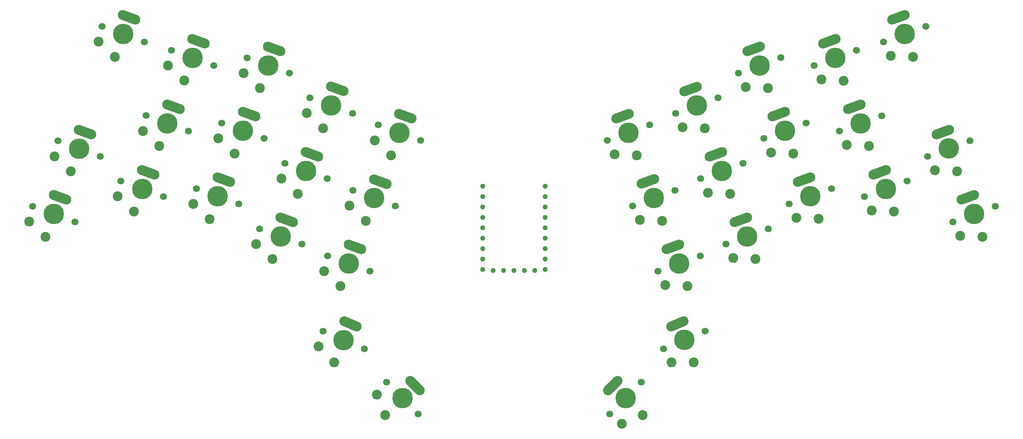
<source format=gts>
%TF.GenerationSoftware,KiCad,Pcbnew,(6.0.11)*%
%TF.CreationDate,2024-03-25T22:13:47+09:00*%
%TF.ProjectId,gku34-bottom-plate,676b7533-342d-4626-9f74-746f6d2d706c,rev?*%
%TF.SameCoordinates,Original*%
%TF.FileFunction,Soldermask,Top*%
%TF.FilePolarity,Negative*%
%FSLAX46Y46*%
G04 Gerber Fmt 4.6, Leading zero omitted, Abs format (unit mm)*
G04 Created by KiCad (PCBNEW (6.0.11)) date 2024-03-25 22:13:47*
%MOMM*%
%LPD*%
G01*
G04 APERTURE LIST*
G04 Aperture macros list*
%AMHorizOval*
0 Thick line with rounded ends*
0 $1 width*
0 $2 $3 position (X,Y) of the first rounded end (center of the circle)*
0 $4 $5 position (X,Y) of the second rounded end (center of the circle)*
0 Add line between two ends*
20,1,$1,$2,$3,$4,$5,0*
0 Add two circle primitives to create the rounded ends*
1,1,$1,$2,$3*
1,1,$1,$4,$5*%
G04 Aperture macros list end*
%ADD10HorizOval,2.400000X-1.550493X-0.564333X1.550493X0.564333X0*%
%ADD11C,2.400000*%
%ADD12C,1.700000*%
%ADD13C,5.000000*%
%ADD14HorizOval,2.400000X-1.550493X0.564333X1.550493X-0.564333X0*%
%ADD15C,1.219200*%
%ADD16C,1.223426*%
%ADD17HorizOval,2.400000X-1.166726X-1.166726X1.166726X1.166726X0*%
%ADD18HorizOval,2.400000X-1.166726X1.166726X1.166726X-1.166726X0*%
%ADD19HorizOval,2.400000X-1.518833X0.644706X1.518833X-0.644706X0*%
%ADD20HorizOval,2.400000X-1.518833X-0.644706X1.518833X0.644706X0*%
G04 APERTURE END LIST*
D10*
%TO.C,SW8*%
X198000000Y-32670000D03*
D11*
X201494762Y-42271779D03*
D12*
X204645152Y-34846482D03*
D11*
X196078056Y-42008526D03*
D12*
X194308534Y-38608704D03*
D13*
X199476843Y-36727593D03*
%TD*%
D11*
%TO.C,SW23*%
X65242081Y-74234186D03*
D12*
X62091691Y-66808889D03*
D13*
X67260000Y-68690000D03*
D11*
X61261860Y-70550731D03*
D12*
X72428309Y-70571111D03*
D14*
X68736843Y-64632407D03*
%TD*%
D15*
%TO.C,RZ1*%
X147125000Y-84025000D03*
X147125000Y-81485000D03*
X131885000Y-66245000D03*
X144585000Y-86768200D03*
X134425000Y-86768200D03*
X147125000Y-76405000D03*
X147125000Y-86565000D03*
X131885000Y-68785000D03*
X139505000Y-86768200D03*
X147125000Y-68785000D03*
X131885000Y-84025000D03*
X131885000Y-71325000D03*
X131885000Y-76405000D03*
X147125000Y-73865000D03*
D16*
X131885000Y-86565000D03*
D15*
X147125000Y-78945000D03*
X136965000Y-86768200D03*
X131885000Y-73865000D03*
X131885000Y-78945000D03*
X147125000Y-71325000D03*
D16*
X131885000Y-81485000D03*
D15*
X142045000Y-86768200D03*
X147125000Y-66245000D03*
%TD*%
D11*
%TO.C,SW13*%
X67421860Y-54550731D03*
D14*
X74896843Y-48632407D03*
D13*
X73420000Y-52690000D03*
D12*
X68251691Y-50808889D03*
X78588309Y-54571111D03*
D11*
X71402081Y-58234186D03*
%TD*%
D14*
%TO.C,SW5*%
X113036843Y-49092407D03*
D11*
X109542081Y-58694186D03*
X105561860Y-55010731D03*
D12*
X116728309Y-55031111D03*
X106391691Y-51268889D03*
D13*
X111560000Y-53150000D03*
%TD*%
D11*
%TO.C,SW9*%
X214541213Y-40180933D03*
X219957919Y-40444186D03*
D10*
X216463157Y-30842407D03*
D13*
X217940000Y-34900000D03*
D12*
X223108309Y-33018889D03*
X212771691Y-36781111D03*
%TD*%
D11*
%TO.C,SW22*%
X42811860Y-68720731D03*
D14*
X50286843Y-62802407D03*
D11*
X46792081Y-72404186D03*
D13*
X48810000Y-66860000D03*
D12*
X53978309Y-68741111D03*
X43641691Y-64978889D03*
%TD*%
%TO.C,SW15*%
X100251691Y-67258889D03*
D14*
X106896843Y-65082407D03*
D12*
X110588309Y-71021111D03*
D11*
X99421860Y-71000731D03*
X103402081Y-74684186D03*
D13*
X105420000Y-69140000D03*
%TD*%
D12*
%TO.C,SWe*%
X240018309Y-27198889D03*
D13*
X234850000Y-29080000D03*
D12*
X229681691Y-30961111D03*
D10*
X233373157Y-25022407D03*
D11*
X236867919Y-34624186D03*
X231451213Y-34360933D03*
%TD*%
D12*
%TO.C,SW2*%
X66281466Y-36778704D03*
D11*
X55115017Y-36758324D03*
D13*
X61113157Y-34897593D03*
D14*
X62590000Y-30840000D03*
D12*
X55944848Y-33016482D03*
D11*
X59095238Y-40441779D03*
%TD*%
D13*
%TO.C,SW33*%
X166750000Y-117970000D03*
D11*
X170921930Y-122141930D03*
D12*
X162860913Y-121859087D03*
D17*
X163696713Y-114916713D03*
D12*
X170639087Y-114080913D03*
D11*
X165901472Y-124192540D03*
%TD*%
D13*
%TO.C,SW27*%
X196410000Y-78480000D03*
D10*
X194933157Y-74422407D03*
D12*
X201578309Y-76598889D03*
X191241691Y-80361111D03*
D11*
X193011213Y-83760933D03*
X198427919Y-84024186D03*
%TD*%
%TO.C,SW30*%
X248388056Y-78308526D03*
D10*
X250310000Y-68970000D03*
D12*
X246618534Y-74908704D03*
D13*
X251786843Y-73027593D03*
D12*
X256955152Y-71146482D03*
D11*
X253804762Y-78571779D03*
%TD*%
D12*
%TO.C,SW29*%
X235418309Y-64978889D03*
D10*
X228773157Y-62802407D03*
D13*
X230250000Y-66860000D03*
D11*
X232267919Y-72404186D03*
D12*
X225081691Y-68741111D03*
D11*
X226851213Y-72140933D03*
%TD*%
D14*
%TO.C,SW24*%
X84106843Y-74442407D03*
D11*
X76631860Y-80360731D03*
D12*
X87798309Y-80381111D03*
X77461691Y-76618889D03*
D11*
X80612081Y-84044186D03*
D13*
X82630000Y-78500000D03*
%TD*%
%TO.C,SW18*%
X205641691Y-52701111D03*
D10*
X204164848Y-48643518D03*
D12*
X200473382Y-54582222D03*
D11*
X202242904Y-57982044D03*
D12*
X210810000Y-50820000D03*
D11*
X207659610Y-58245297D03*
%TD*%
D12*
%TO.C,SW12*%
X60148309Y-52751111D03*
D13*
X54980000Y-50870000D03*
D14*
X56456843Y-46812407D03*
D11*
X52962081Y-56414186D03*
D12*
X49811691Y-48988889D03*
D11*
X48981860Y-52730731D03*
%TD*%
D13*
%TO.C,SW7*%
X184116843Y-46537593D03*
D12*
X189285152Y-44656482D03*
D10*
X182640000Y-42480000D03*
D11*
X180718056Y-51818526D03*
D12*
X178948534Y-48418704D03*
D11*
X186134762Y-52081779D03*
%TD*%
D14*
%TO.C,SW21*%
X28756843Y-68972407D03*
D11*
X25262081Y-78574186D03*
X21281860Y-74890731D03*
D12*
X32448309Y-74911111D03*
X22111691Y-71148889D03*
D13*
X27280000Y-73030000D03*
%TD*%
D12*
%TO.C,SW28*%
X216978309Y-66788889D03*
X206641691Y-70551111D03*
D11*
X213827919Y-74214186D03*
D10*
X210333157Y-64612407D03*
D13*
X211810000Y-68670000D03*
D11*
X208411213Y-73950933D03*
%TD*%
%TO.C,SW25*%
X97225238Y-90641779D03*
X93245017Y-86958324D03*
D13*
X99243157Y-85097593D03*
D12*
X104411466Y-86978704D03*
D14*
X100720000Y-81040000D03*
D12*
X94074848Y-83216482D03*
%TD*%
D13*
%TO.C,SW16*%
X173656843Y-69127593D03*
D11*
X175674762Y-74671779D03*
D10*
X172180000Y-65070000D03*
D12*
X178825152Y-67246482D03*
X168488534Y-71008704D03*
D11*
X170258056Y-74408526D03*
%TD*%
%TO.C,SW32*%
X106087460Y-117121472D03*
D12*
X116199087Y-121859087D03*
D13*
X112310000Y-117970000D03*
D18*
X115363287Y-114916713D03*
D12*
X108420913Y-114080913D03*
D11*
X108138070Y-122141930D03*
%TD*%
D12*
%TO.C,SW31*%
X92921963Y-101628156D03*
D13*
X97984740Y-103777177D03*
D19*
X99671917Y-99802437D03*
D11*
X91897437Y-105321440D03*
X95679426Y-109208156D03*
D12*
X103047517Y-105926198D03*
%TD*%
D11*
%TO.C,SW6*%
X169514762Y-58701779D03*
D13*
X167496843Y-53157593D03*
D11*
X164098056Y-58438526D03*
D10*
X166020000Y-49100000D03*
D12*
X172665152Y-51276482D03*
X162328534Y-55038704D03*
%TD*%
D14*
%TO.C,SW14*%
X90266843Y-58462407D03*
D11*
X82791860Y-64380731D03*
D13*
X88790000Y-62520000D03*
D11*
X86772081Y-68064186D03*
D12*
X93958309Y-64401111D03*
X83621691Y-60638889D03*
%TD*%
D11*
%TO.C,SW19*%
X220698056Y-56168526D03*
D12*
X218928534Y-52768704D03*
D11*
X226114762Y-56431779D03*
D10*
X222620000Y-46830000D03*
D13*
X224096843Y-50887593D03*
D12*
X229265152Y-49006482D03*
%TD*%
D11*
%TO.C,SW34*%
X177962254Y-109221574D03*
D20*
X179392823Y-99795260D03*
D12*
X186142777Y-101620979D03*
D11*
X183385314Y-109200979D03*
D13*
X181080000Y-103770000D03*
D12*
X176017223Y-105919021D03*
%TD*%
%TO.C,SW1*%
X39021691Y-27198889D03*
D14*
X45666843Y-25022407D03*
D11*
X38191860Y-30940731D03*
D12*
X49358309Y-30961111D03*
D11*
X42172081Y-34624186D03*
D13*
X44190000Y-29080000D03*
%TD*%
D12*
%TO.C,SW17*%
X195438309Y-60628889D03*
D13*
X190270000Y-62510000D03*
D12*
X185101691Y-64391111D03*
D11*
X186871213Y-67790933D03*
D10*
X188793157Y-58452407D03*
D11*
X192287919Y-68054186D03*
%TD*%
D12*
%TO.C,SW3*%
X74421691Y-34858889D03*
D14*
X81066843Y-32682407D03*
D11*
X77572081Y-42284186D03*
X73591860Y-38600731D03*
D12*
X84758309Y-38621111D03*
D13*
X79590000Y-36740000D03*
%TD*%
D12*
%TO.C,SW26*%
X184985152Y-83216482D03*
X174648534Y-86978704D03*
D10*
X178340000Y-81040000D03*
D11*
X181834762Y-90641779D03*
X176418056Y-90378526D03*
D13*
X179816843Y-85097593D03*
%TD*%
D10*
%TO.C,SW20*%
X244140000Y-52980000D03*
D11*
X247634762Y-62581779D03*
X242218056Y-62318526D03*
D12*
X250785152Y-55156482D03*
D13*
X245616843Y-57037593D03*
D12*
X240448534Y-58918704D03*
%TD*%
D14*
%TO.C,SW4*%
X96426843Y-42472407D03*
D11*
X88951860Y-48390731D03*
D12*
X100118309Y-48411111D03*
D11*
X92932081Y-52074186D03*
D12*
X89781691Y-44648889D03*
D13*
X94950000Y-46530000D03*
%TD*%
D14*
%TO.C,SW11*%
X34910000Y-52990000D03*
D12*
X28264848Y-55166482D03*
D13*
X33433157Y-57047593D03*
D11*
X27435017Y-58908324D03*
D12*
X38601466Y-58928704D03*
D11*
X31415238Y-62591779D03*
%TD*%
M02*

</source>
